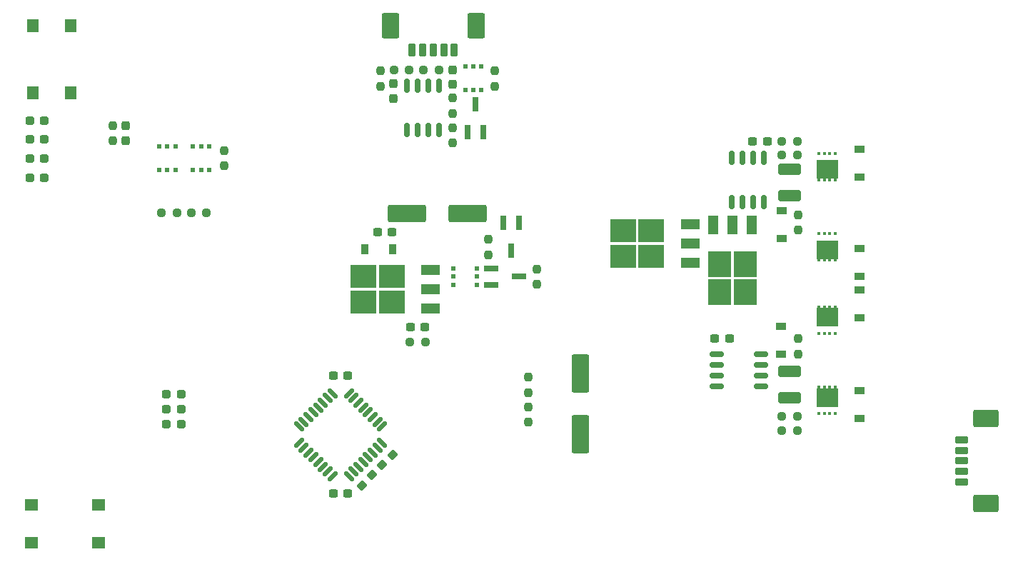
<source format=gtp>
%TF.GenerationSoftware,KiCad,Pcbnew,(6.0.11)*%
%TF.CreationDate,2023-08-03T06:57:00+09:00*%
%TF.ProjectId,motordriver,6d6f746f-7264-4726-9976-65722e6b6963,rev?*%
%TF.SameCoordinates,Original*%
%TF.FileFunction,Paste,Top*%
%TF.FilePolarity,Positive*%
%FSLAX46Y46*%
G04 Gerber Fmt 4.6, Leading zero omitted, Abs format (unit mm)*
G04 Created by KiCad (PCBNEW (6.0.11)) date 2023-08-03 06:57:00*
%MOMM*%
%LPD*%
G01*
G04 APERTURE LIST*
G04 Aperture macros list*
%AMRoundRect*
0 Rectangle with rounded corners*
0 $1 Rounding radius*
0 $2 $3 $4 $5 $6 $7 $8 $9 X,Y pos of 4 corners*
0 Add a 4 corners polygon primitive as box body*
4,1,4,$2,$3,$4,$5,$6,$7,$8,$9,$2,$3,0*
0 Add four circle primitives for the rounded corners*
1,1,$1+$1,$2,$3*
1,1,$1+$1,$4,$5*
1,1,$1+$1,$6,$7*
1,1,$1+$1,$8,$9*
0 Add four rect primitives between the rounded corners*
20,1,$1+$1,$2,$3,$4,$5,0*
20,1,$1+$1,$4,$5,$6,$7,0*
20,1,$1+$1,$6,$7,$8,$9,0*
20,1,$1+$1,$8,$9,$2,$3,0*%
G04 Aperture macros list end*
%ADD10R,3.050000X2.750000*%
%ADD11R,2.200000X1.200000*%
%ADD12R,0.620000X0.575000*%
%ADD13R,0.575000X0.620000*%
%ADD14RoundRect,0.237500X0.237500X-0.250000X0.237500X0.250000X-0.237500X0.250000X-0.237500X-0.250000X0*%
%ADD15RoundRect,0.237500X0.287500X0.237500X-0.287500X0.237500X-0.287500X-0.237500X0.287500X-0.237500X0*%
%ADD16RoundRect,0.237500X-0.287500X-0.237500X0.287500X-0.237500X0.287500X0.237500X-0.287500X0.237500X0*%
%ADD17R,0.400000X0.400000*%
%ADD18R,2.650000X2.200000*%
%ADD19R,0.400000X0.300000*%
%ADD20RoundRect,0.237500X-0.237500X0.250000X-0.237500X-0.250000X0.237500X-0.250000X0.237500X0.250000X0*%
%ADD21RoundRect,0.237500X-0.250000X-0.237500X0.250000X-0.237500X0.250000X0.237500X-0.250000X0.237500X0*%
%ADD22RoundRect,0.150000X0.150000X-0.675000X0.150000X0.675000X-0.150000X0.675000X-0.150000X-0.675000X0*%
%ADD23RoundRect,0.237500X0.250000X0.237500X-0.250000X0.237500X-0.250000X-0.237500X0.250000X-0.237500X0*%
%ADD24RoundRect,0.237500X-0.044194X-0.380070X0.380070X0.044194X0.044194X0.380070X-0.380070X-0.044194X0*%
%ADD25R,0.900000X1.200000*%
%ADD26R,0.800000X1.800000*%
%ADD27RoundRect,0.125000X0.530330X-0.353553X-0.353553X0.530330X-0.530330X0.353553X0.353553X-0.530330X0*%
%ADD28RoundRect,0.125000X0.530330X0.353553X0.353553X0.530330X-0.530330X-0.353553X-0.353553X-0.530330X0*%
%ADD29R,1.200000X0.900000*%
%ADD30RoundRect,0.237500X-0.237500X0.300000X-0.237500X-0.300000X0.237500X-0.300000X0.237500X0.300000X0*%
%ADD31RoundRect,0.150000X-0.675000X-0.150000X0.675000X-0.150000X0.675000X0.150000X-0.675000X0.150000X0*%
%ADD32RoundRect,0.200000X0.600000X-0.200000X0.600000X0.200000X-0.600000X0.200000X-0.600000X-0.200000X0*%
%ADD33RoundRect,0.250001X1.249999X-0.799999X1.249999X0.799999X-1.249999X0.799999X-1.249999X-0.799999X0*%
%ADD34RoundRect,0.237500X0.300000X0.237500X-0.300000X0.237500X-0.300000X-0.237500X0.300000X-0.237500X0*%
%ADD35RoundRect,0.200000X0.200000X0.600000X-0.200000X0.600000X-0.200000X-0.600000X0.200000X-0.600000X0*%
%ADD36RoundRect,0.250001X0.799999X1.249999X-0.799999X1.249999X-0.799999X-1.249999X0.799999X-1.249999X0*%
%ADD37RoundRect,0.250001X-1.999999X-0.799999X1.999999X-0.799999X1.999999X0.799999X-1.999999X0.799999X0*%
%ADD38RoundRect,0.237500X-0.300000X-0.237500X0.300000X-0.237500X0.300000X0.237500X-0.300000X0.237500X0*%
%ADD39RoundRect,0.250001X-0.799999X1.999999X-0.799999X-1.999999X0.799999X-1.999999X0.799999X1.999999X0*%
%ADD40RoundRect,0.250000X1.100000X-0.412500X1.100000X0.412500X-1.100000X0.412500X-1.100000X-0.412500X0*%
%ADD41R,1.600000X1.400000*%
%ADD42RoundRect,0.250000X-1.100000X0.412500X-1.100000X-0.412500X1.100000X-0.412500X1.100000X0.412500X0*%
%ADD43R,1.400000X1.600000*%
%ADD44RoundRect,0.237500X0.044194X0.380070X-0.380070X-0.044194X-0.044194X-0.380070X0.380070X0.044194X0*%
%ADD45R,2.750000X3.050000*%
%ADD46R,1.200000X2.200000*%
%ADD47RoundRect,0.150000X-0.150000X0.675000X-0.150000X-0.675000X0.150000X-0.675000X0.150000X0.675000X0*%
%ADD48R,1.800000X0.800000*%
G04 APERTURE END LIST*
D10*
%TO.C,Q1*%
X165995000Y-84540000D03*
X165995000Y-87590000D03*
X169345000Y-87590000D03*
X169345000Y-84540000D03*
D11*
X173970000Y-88345000D03*
X173970000Y-86065000D03*
X173970000Y-83785000D03*
%TD*%
D12*
%TO.C,Q8*%
X115000000Y-77330499D03*
X115950000Y-77330499D03*
X116900000Y-77330499D03*
X116900000Y-74554499D03*
X115950000Y-74554499D03*
X115000000Y-74554499D03*
%TD*%
D13*
%TO.C,Q6*%
X148638000Y-90950000D03*
X148638000Y-90000000D03*
X148638000Y-89050000D03*
X145862000Y-89050000D03*
X145862000Y-90000000D03*
X145862000Y-90950000D03*
%TD*%
D14*
%TO.C,R23*%
X105500000Y-73912500D03*
X105500000Y-72087500D03*
%TD*%
D15*
%TO.C,D2*%
X113625000Y-103950000D03*
X111875000Y-103950000D03*
%TD*%
D16*
%TO.C,D9*%
X95625000Y-76000000D03*
X97375000Y-76000000D03*
%TD*%
D17*
%TO.C,Q11*%
X189225000Y-96728000D03*
X189875000Y-96728000D03*
X190525000Y-96728000D03*
X191175000Y-96728000D03*
D18*
X190200000Y-94828000D03*
D19*
X190525000Y-93578000D03*
X191175000Y-93578000D03*
X189875000Y-93578000D03*
X189225000Y-93578000D03*
%TD*%
D20*
%TO.C,R26*%
X150000000Y-85587500D03*
X150000000Y-87412500D03*
%TD*%
D21*
%TO.C,R48*%
X184862500Y-73970000D03*
X186687500Y-73970000D03*
%TD*%
D22*
%TO.C,U8*%
X140345000Y-72625000D03*
X141615000Y-72625000D03*
X142885000Y-72625000D03*
X144155000Y-72625000D03*
X144155000Y-67375000D03*
X142885000Y-67375000D03*
X141615000Y-67375000D03*
X140345000Y-67375000D03*
%TD*%
D23*
%TO.C,R32*%
X142550000Y-97750000D03*
X140725000Y-97750000D03*
%TD*%
D24*
%TO.C,C11*%
X137440120Y-112359880D03*
X138659880Y-111140120D03*
%TD*%
D25*
%TO.C,D6*%
X138650000Y-86750000D03*
X135350000Y-86750000D03*
%TD*%
D26*
%TO.C,Q7*%
X153700000Y-83600000D03*
X151800000Y-83600000D03*
X152750000Y-86900000D03*
%TD*%
D10*
%TO.C,U3*%
X138575000Y-89975000D03*
X138575000Y-93025000D03*
X135225000Y-93025000D03*
X135225000Y-89975000D03*
D11*
X143200000Y-93780000D03*
X143200000Y-91500000D03*
X143200000Y-89220000D03*
%TD*%
D27*
%TO.C,U2*%
X133472272Y-113682070D03*
X134037957Y-113116384D03*
X134603643Y-112550699D03*
X135169328Y-111985014D03*
X135735014Y-111419328D03*
X136300699Y-110853643D03*
X136866384Y-110287957D03*
X137432070Y-109722272D03*
D28*
X137432070Y-107777728D03*
X136866384Y-107212043D03*
X136300699Y-106646357D03*
X135735014Y-106080672D03*
X135169328Y-105514986D03*
X134603643Y-104949301D03*
X134037957Y-104383616D03*
X133472272Y-103817930D03*
D27*
X131527728Y-103817930D03*
X130962043Y-104383616D03*
X130396357Y-104949301D03*
X129830672Y-105514986D03*
X129264986Y-106080672D03*
X128699301Y-106646357D03*
X128133616Y-107212043D03*
X127567930Y-107777728D03*
D28*
X127567930Y-109722272D03*
X128133616Y-110287957D03*
X128699301Y-110853643D03*
X129264986Y-111419328D03*
X129830672Y-111985014D03*
X130396357Y-112550699D03*
X130962043Y-113116384D03*
X131527728Y-113682070D03*
%TD*%
D21*
%TO.C,R24*%
X114787500Y-82442500D03*
X116612500Y-82442500D03*
%TD*%
D29*
%TO.C,D12*%
X184825000Y-82165000D03*
X184825000Y-85465000D03*
%TD*%
D20*
%TO.C,R41*%
X186775000Y-97377500D03*
X186775000Y-99202500D03*
%TD*%
D30*
%TO.C,C22*%
X138750000Y-67137500D03*
X138750000Y-68862500D03*
%TD*%
D26*
%TO.C,Q16*%
X147550000Y-72900000D03*
X149450000Y-72900000D03*
X148500000Y-69600000D03*
%TD*%
D31*
%TO.C,U6*%
X177150000Y-99160000D03*
X177150000Y-100430000D03*
X177150000Y-101700000D03*
X177150000Y-102970000D03*
X182400000Y-102970000D03*
X182400000Y-101700000D03*
X182400000Y-100430000D03*
X182400000Y-99160000D03*
%TD*%
D15*
%TO.C,D5*%
X113625000Y-107500000D03*
X111875000Y-107500000D03*
%TD*%
D32*
%TO.C,J5*%
X206150000Y-114350000D03*
X206150000Y-113100000D03*
X206150000Y-111850000D03*
X206150000Y-110600000D03*
X206150000Y-109350000D03*
D33*
X209050000Y-116900000D03*
X209050000Y-106800000D03*
%TD*%
D16*
%TO.C,D7*%
X95625000Y-71500000D03*
X97375000Y-71500000D03*
%TD*%
D29*
%TO.C,D11*%
X184775000Y-99215000D03*
X184775000Y-95915000D03*
%TD*%
D12*
%TO.C,Q15*%
X147300000Y-67888000D03*
X148250000Y-67888000D03*
X149200000Y-67888000D03*
X149200000Y-65112000D03*
X148250000Y-65112000D03*
X147300000Y-65112000D03*
%TD*%
D23*
%TO.C,R53*%
X140662500Y-65500000D03*
X138837500Y-65500000D03*
%TD*%
D21*
%TO.C,R44*%
X184862500Y-75565000D03*
X186687500Y-75565000D03*
%TD*%
D16*
%TO.C,D10*%
X95625000Y-78250000D03*
X97375000Y-78250000D03*
%TD*%
D34*
%TO.C,C19*%
X183112500Y-73970000D03*
X181387500Y-73970000D03*
%TD*%
D29*
%TO.C,D13*%
X194025000Y-91565000D03*
X194025000Y-94865000D03*
%TD*%
D34*
%TO.C,C18*%
X178612500Y-97340000D03*
X176887500Y-97340000D03*
%TD*%
D15*
%TO.C,D3*%
X113625000Y-105700000D03*
X111875000Y-105700000D03*
%TD*%
D35*
%TO.C,J3*%
X146000000Y-63150000D03*
X144750000Y-63150000D03*
X143500000Y-63150000D03*
X142250000Y-63150000D03*
X141000000Y-63150000D03*
D36*
X148550000Y-60250000D03*
X138450000Y-60250000D03*
%TD*%
D23*
%TO.C,R52*%
X144162500Y-65500000D03*
X142337500Y-65500000D03*
%TD*%
D21*
%TO.C,R25*%
X111287500Y-82442500D03*
X113112500Y-82442500D03*
%TD*%
D20*
%TO.C,R43*%
X186775000Y-82652500D03*
X186775000Y-84477500D03*
%TD*%
%TO.C,R51*%
X145750000Y-68837500D03*
X145750000Y-70662500D03*
%TD*%
D37*
%TO.C,C13*%
X140400000Y-82500000D03*
X147600000Y-82500000D03*
%TD*%
D29*
%TO.C,D15*%
X194025000Y-89965000D03*
X194025000Y-86665000D03*
%TD*%
D12*
%TO.C,Q5*%
X112900000Y-74554500D03*
X111950000Y-74554500D03*
X111000000Y-74554500D03*
X111000000Y-77330500D03*
X111950000Y-77330500D03*
X112900000Y-77330500D03*
%TD*%
D34*
%TO.C,C10*%
X133362500Y-115750000D03*
X131637500Y-115750000D03*
%TD*%
D29*
%TO.C,D14*%
X194015000Y-103520000D03*
X194015000Y-106820000D03*
%TD*%
D14*
%TO.C,R54*%
X137250000Y-67412500D03*
X137250000Y-65587500D03*
%TD*%
D38*
%TO.C,C15*%
X140775000Y-96000000D03*
X142500000Y-96000000D03*
%TD*%
D20*
%TO.C,R10*%
X154750000Y-105437500D03*
X154750000Y-107262500D03*
%TD*%
D17*
%TO.C,Q12*%
X189225000Y-106228000D03*
X189875000Y-106228000D03*
X190525000Y-106228000D03*
X191175000Y-106228000D03*
D19*
X190525000Y-103078000D03*
X189875000Y-103078000D03*
X191175000Y-103078000D03*
X189225000Y-103078000D03*
D18*
X190200000Y-104328000D03*
%TD*%
D16*
%TO.C,D8*%
X95625000Y-73750000D03*
X97375000Y-73750000D03*
%TD*%
D30*
%TO.C,C4*%
X107000000Y-72137500D03*
X107000000Y-73862500D03*
%TD*%
D39*
%TO.C,C5*%
X160950000Y-101450000D03*
X160950000Y-108650000D03*
%TD*%
D40*
%TO.C,C21*%
X185775000Y-80377500D03*
X185775000Y-77252500D03*
%TD*%
D41*
%TO.C,SW1*%
X95800000Y-117050000D03*
X103800000Y-117050000D03*
X103800000Y-121550000D03*
X95800000Y-121550000D03*
%TD*%
D20*
%TO.C,R49*%
X150750000Y-65587500D03*
X150750000Y-67412500D03*
%TD*%
D17*
%TO.C,Q14*%
X191175000Y-75402000D03*
X190525000Y-75402000D03*
X189875000Y-75402000D03*
X189225000Y-75402000D03*
D19*
X189875000Y-78552000D03*
X191175000Y-78552000D03*
X189225000Y-78552000D03*
D18*
X190200000Y-77302000D03*
D19*
X190525000Y-78552000D03*
%TD*%
D42*
%TO.C,C20*%
X185775000Y-101252500D03*
X185775000Y-104377500D03*
%TD*%
D30*
%TO.C,C23*%
X145750000Y-65475000D03*
X145750000Y-67200000D03*
%TD*%
D14*
%TO.C,R27*%
X118700000Y-76855000D03*
X118700000Y-75030000D03*
%TD*%
D38*
%TO.C,C7*%
X131637500Y-101750000D03*
X133362500Y-101750000D03*
%TD*%
D43*
%TO.C,SW8*%
X100500000Y-60250000D03*
X100500000Y-68250000D03*
X96000000Y-60250000D03*
X96000000Y-68250000D03*
%TD*%
D29*
%TO.C,D16*%
X194015000Y-78170000D03*
X194015000Y-74870000D03*
%TD*%
D17*
%TO.C,Q13*%
X191175000Y-84915000D03*
X190525000Y-84915000D03*
X189875000Y-84915000D03*
X189225000Y-84915000D03*
D19*
X189875000Y-88065000D03*
X189225000Y-88065000D03*
D18*
X190200000Y-86815000D03*
D19*
X190525000Y-88065000D03*
X191175000Y-88065000D03*
%TD*%
D44*
%TO.C,C9*%
X136259880Y-113540120D03*
X135040120Y-114759880D03*
%TD*%
D34*
%TO.C,C14*%
X138612500Y-84750000D03*
X136887500Y-84750000D03*
%TD*%
D21*
%TO.C,R46*%
X184862500Y-108220000D03*
X186687500Y-108220000D03*
%TD*%
D14*
%TO.C,R22*%
X155750000Y-90912500D03*
X155750000Y-89087500D03*
%TD*%
D45*
%TO.C,Q3*%
X177470000Y-91865000D03*
X180520000Y-91865000D03*
X180520000Y-88515000D03*
X177470000Y-88515000D03*
D46*
X181275000Y-83890000D03*
X178995000Y-83890000D03*
X176715000Y-83890000D03*
%TD*%
D20*
%TO.C,R9*%
X154750000Y-101937500D03*
X154750000Y-103762500D03*
%TD*%
%TO.C,R50*%
X145750000Y-72337500D03*
X145750000Y-74162500D03*
%TD*%
D21*
%TO.C,R42*%
X184862500Y-106565000D03*
X186687500Y-106565000D03*
%TD*%
D47*
%TO.C,U7*%
X182680000Y-75940000D03*
X181410000Y-75940000D03*
X180140000Y-75940000D03*
X178870000Y-75940000D03*
X178870000Y-81190000D03*
X180140000Y-81190000D03*
X181410000Y-81190000D03*
X182680000Y-81190000D03*
%TD*%
D48*
%TO.C,Q4*%
X150350000Y-89050000D03*
X150350000Y-90950000D03*
X153650000Y-90000000D03*
%TD*%
M02*

</source>
